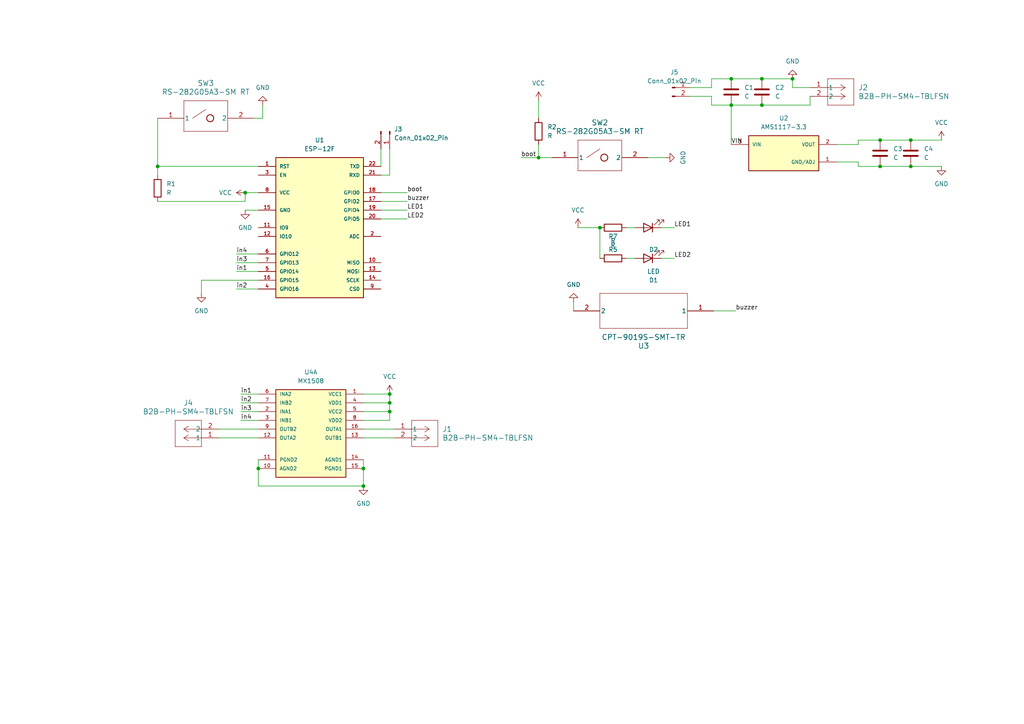
<source format=kicad_sch>
(kicad_sch (version 20230121) (generator eeschema)
  (paper "A4")
  (lib_symbols
    (symbol "Connector:Conn_01x02_Pin" (pin_names (offset 1.016) hide)
      (property "Reference" "J" (at 0 2.54 0))
      (property "Value" "Conn_01x02_Pin" (at 0 -5.08 0))
      (symbol "Conn_01x02_Pin_1_1"
        (polyline (pts (xy 1.27 -2.54) (xy 0.8636 -2.54)) (stroke (width 0.1524)))
        (polyline (pts (xy 1.27 0) (xy 0.8636 0)) (stroke (width 0.1524)))
        (rectangle (start 0.8636 -2.413) (end 0 -2.667) (stroke (width 0.1524)) (fill (type outline)))
        (rectangle (start 0.8636 0.127) (end 0 -0.127) (stroke (width 0.1524)) (fill (type outline)))
        (pin passive line (at 5.08 0 180) (length 3.81) (name "Pin_1") (number "1"))
        (pin passive line (at 5.08 -2.54 180) (length 3.81) (name "Pin_2") (number "2"))
      )
    )
    (symbol "Device:C" (pin_numbers hide) (pin_names (offset 0.254))
      (property "Reference" "C" (at 0.635 2.54 0))
      (property "Value" "C" (at 0.635 -2.54 0))
      (symbol "C_0_1"
        (polyline (pts (xy -2.032 -0.762) (xy 2.032 -0.762)) (stroke (width 0.508)))
        (polyline (pts (xy -2.032 0.762) (xy 2.032 0.762)) (stroke (width 0.508)))
      )
      (symbol "C_1_1"
        (pin passive line (at 0 3.81 270) (length 2.794) (name "~") (number "1"))
        (pin passive line (at 0 -3.81 90) (length 2.794) (name "~") (number "2"))
      )
    )
    (symbol "Device:LED" (pin_numbers hide) (pin_names (offset 1.016) hide)
      (property "Reference" "D" (at 0 2.54 0))
      (property "Value" "LED" (at 0 -2.54 0))
      (symbol "LED_0_1"
        (polyline (pts (xy -1.27 -1.27) (xy -1.27 1.27)) (stroke (width 0.254)))
        (polyline (pts (xy -1.27 0) (xy 1.27 0)))
        (polyline (pts (xy 1.27 -1.27) (xy 1.27 1.27) (xy -1.27 0) (xy 1.27 -1.27)) (stroke (width 0.254)))
        (polyline (pts (xy -3.048 -0.762) (xy -4.572 -2.286) (xy -3.81 -2.286) (xy -4.572 -2.286) (xy -4.572 -1.524)))
        (polyline (pts (xy -1.778 -0.762) (xy -3.302 -2.286) (xy -2.54 -2.286) (xy -3.302 -2.286) (xy -3.302 -1.524)))
      )
      (symbol "LED_1_1"
        (pin passive line (at -3.81 0 0) (length 2.54) (name "K") (number "1"))
        (pin passive line (at 3.81 0 180) (length 2.54) (name "A") (number "2"))
      )
    )
    (symbol "Device:R" (pin_numbers hide) (pin_names (offset 0))
      (property "Reference" "R" (at 2.032 0 90))
      (property "Value" "R" (at 0 0 90))
      (symbol "R_0_1"
        (rectangle (start -1.016 -2.54) (end 1.016 2.54) (stroke (width 0.254)))
      )
      (symbol "R_1_1"
        (pin passive line (at 0 3.81 270) (length 1.27) (name "~") (number "1"))
        (pin passive line (at 0 -3.81 90) (length 1.27) (name "~") (number "2"))
      )
    )
    (symbol "esp_example_symbols:AMS1117-3.3" (pin_names (offset 1.016))
      (property "Reference" "U" (at -10.16 5.588 0))
      (property "Value" "AMS1117-3.3" (at -10.16 -8.128 0))
      (symbol "AMS1117-3.3_0_0"
        (rectangle (start -10.16 -5.08) (end 10.16 5.08) (stroke (width 0.254)) (fill (type background)))
        (pin power_in line (at 15.24 -2.54 180) (length 5.08) (name "GND/ADJ") (number "1"))
        (pin output line (at 15.24 2.54 180) (length 5.08) (name "VOUT") (number "2"))
        (pin input line (at -15.24 2.54 0) (length 5.08) (name "VIN") (number "3"))
      )
    )
    (symbol "esp_example_symbols:B2B-PH-SM4-TBLFSN" (pin_names (offset 0.254))
      (property "Reference" "J" (at 8.89 6.35 0))
      (property "Value" "B2B-PH-SM4-TBLFSN" (at 0 0 0))
      (symbol "B2B-PH-SM4-TBLFSN_1_1"
        (polyline (pts (xy 5.08 -5.08) (xy 12.7 -5.08)) (stroke (width 0.127)))
        (polyline (pts (xy 5.08 2.54) (xy 5.08 -5.08)) (stroke (width 0.127)))
        (polyline (pts (xy 10.16 -2.54) (xy 5.08 -2.54)) (stroke (width 0.127)))
        (polyline (pts (xy 10.16 -2.54) (xy 8.89 -3.3867)) (stroke (width 0.127)))
        (polyline (pts (xy 10.16 -2.54) (xy 8.89 -1.6933)) (stroke (width 0.127)))
        (polyline (pts (xy 10.16 0) (xy 5.08 0)) (stroke (width 0.127)))
        (polyline (pts (xy 10.16 0) (xy 8.89 -0.8467)) (stroke (width 0.127)))
        (polyline (pts (xy 10.16 0) (xy 8.89 0.8467)) (stroke (width 0.127)))
        (polyline (pts (xy 12.7 -5.08) (xy 12.7 2.54)) (stroke (width 0.127)))
        (polyline (pts (xy 12.7 2.54) (xy 5.08 2.54)) (stroke (width 0.127)))
        (pin unspecified line (at 0 0 0) (length 5.08) (name "1") (number "1"))
        (pin unspecified line (at 0 -2.54 0) (length 5.08) (name "2") (number "2"))
      )
      (symbol "B2B-PH-SM4-TBLFSN_1_2"
        (polyline (pts (xy 5.08 -5.08) (xy 12.7 -5.08)) (stroke (width 0.127)))
        (polyline (pts (xy 5.08 2.54) (xy 5.08 -5.08)) (stroke (width 0.127)))
        (polyline (pts (xy 7.62 -2.54) (xy 5.08 -2.54)) (stroke (width 0.127)))
        (polyline (pts (xy 7.62 -2.54) (xy 8.89 -3.3867)) (stroke (width 0.127)))
        (polyline (pts (xy 7.62 -2.54) (xy 8.89 -1.6933)) (stroke (width 0.127)))
        (polyline (pts (xy 7.62 0) (xy 5.08 0)) (stroke (width 0.127)))
        (polyline (pts (xy 7.62 0) (xy 8.89 -0.8467)) (stroke (width 0.127)))
        (polyline (pts (xy 7.62 0) (xy 8.89 0.8467)) (stroke (width 0.127)))
        (polyline (pts (xy 12.7 -5.08) (xy 12.7 2.54)) (stroke (width 0.127)))
        (polyline (pts (xy 12.7 2.54) (xy 5.08 2.54)) (stroke (width 0.127)))
        (pin unspecified line (at 0 0 0) (length 5.08) (name "1") (number "1"))
        (pin unspecified line (at 0 -2.54 0) (length 5.08) (name "2") (number "2"))
      )
    )
    (symbol "esp_example_symbols:CPT-9019S-SMT-TR" (pin_names (offset 0.254))
      (property "Reference" "U" (at 20.32 10.16 0))
      (property "Value" "CPT-9019S-SMT-TR" (at 20.32 7.62 0))
      (symbol "CPT-9019S-SMT-TR_0_1"
        (polyline (pts (xy 7.62 -5.08) (xy 33.02 -5.08)) (stroke (width 0.127)))
        (polyline (pts (xy 7.62 5.08) (xy 7.62 -5.08)) (stroke (width 0.127)))
        (polyline (pts (xy 33.02 -5.08) (xy 33.02 5.08)) (stroke (width 0.127)))
        (polyline (pts (xy 33.02 5.08) (xy 7.62 5.08)) (stroke (width 0.127)))
        (pin unspecified line (at 0 0 0) (length 7.62) (name "1") (number "1"))
        (pin unspecified line (at 40.64 0 180) (length 7.62) (name "2") (number "2"))
      )
    )
    (symbol "esp_example_symbols:ESP-12F" (pin_names (offset 1.016))
      (property "Reference" "U" (at -12.7254 22.9057 0))
      (property "Value" "ESP-12F" (at -12.7237 -22.9026 0))
      (symbol "ESP-12F_0_0"
        (rectangle (start -12.7 20.32) (end 12.7 -20.32) (stroke (width 0.254)) (fill (type background)))
        (pin bidirectional line (at -17.78 17.78 0) (length 5.08) (name "RST") (number "1"))
        (pin bidirectional line (at 17.78 -10.16 180) (length 5.08) (name "MISO") (number "10"))
        (pin bidirectional line (at -17.78 0 0) (length 5.08) (name "IO9") (number "11"))
        (pin bidirectional line (at -17.78 -2.54 0) (length 5.08) (name "IO10") (number "12"))
        (pin bidirectional line (at 17.78 -12.7 180) (length 5.08) (name "MOSI") (number "13"))
        (pin bidirectional line (at 17.78 -15.24 180) (length 5.08) (name "SCLK") (number "14"))
        (pin bidirectional line (at -17.78 5.08 0) (length 5.08) (name "GND") (number "15"))
        (pin bidirectional line (at -17.78 -15.24 0) (length 5.08) (name "GPIO15") (number "16"))
        (pin bidirectional line (at 17.78 7.62 180) (length 5.08) (name "GPIO2") (number "17"))
        (pin bidirectional line (at 17.78 10.16 180) (length 5.08) (name "GPIO0") (number "18"))
        (pin bidirectional line (at 17.78 5.08 180) (length 5.08) (name "GPIO4") (number "19"))
        (pin bidirectional line (at 17.78 -2.54 180) (length 5.08) (name "ADC") (number "2"))
        (pin bidirectional line (at 17.78 2.54 180) (length 5.08) (name "GPIO5") (number "20"))
        (pin bidirectional line (at 17.78 15.24 180) (length 5.08) (name "RXD") (number "21"))
        (pin bidirectional line (at 17.78 17.78 180) (length 5.08) (name "TXD") (number "22"))
        (pin bidirectional line (at -17.78 15.24 0) (length 5.08) (name "EN") (number "3"))
        (pin bidirectional line (at -17.78 -17.78 0) (length 5.08) (name "GPIO16") (number "4"))
        (pin bidirectional line (at -17.78 -12.7 0) (length 5.08) (name "GPIO14") (number "5"))
        (pin bidirectional line (at -17.78 -7.62 0) (length 5.08) (name "GPIO12") (number "6"))
        (pin bidirectional line (at -17.78 -10.16 0) (length 5.08) (name "GPIO13") (number "7"))
        (pin bidirectional line (at -17.78 10.16 0) (length 5.08) (name "VCC") (number "8"))
        (pin bidirectional line (at 17.78 -17.78 180) (length 5.08) (name "CS0") (number "9"))
      )
    )
    (symbol "esp_example_symbols:MX1508" (pin_names (offset 1.016))
      (property "Reference" "U" (at -10.16 15.24 0))
      (property "Value" "MX1508" (at -10.16 -15.24 0))
      (symbol "MX1508_1_0"
        (rectangle (start -10.16 12.7) (end 10.16 -12.7) (stroke (width 0.254)) (fill (type background)))
        (pin power_in line (at 15.24 11.43 180) (length 5.08) (name "VCC1") (number "1"))
        (pin power_in line (at -15.24 -10.16 0) (length 5.08) (name "AGND2") (number "10"))
        (pin power_in line (at -15.24 -7.62 0) (length 5.08) (name "PGND2") (number "11"))
        (pin input line (at -15.24 -1.27 0) (length 5.08) (name "OUTA2") (number "12"))
        (pin output line (at 15.24 -1.27 180) (length 5.08) (name "OUTB1") (number "13"))
        (pin power_in line (at 15.24 -7.62 180) (length 5.08) (name "AGND1") (number "14"))
        (pin power_in line (at 15.24 -10.16 180) (length 5.08) (name "PGND1") (number "15"))
        (pin output line (at 15.24 1.27 180) (length 5.08) (name "OUTA1") (number "16"))
        (pin input line (at -15.24 6.35 0) (length 5.08) (name "INA1") (number "2"))
        (pin input line (at -15.24 3.81 0) (length 5.08) (name "INB1") (number "3"))
        (pin power_in line (at 15.24 8.89 180) (length 5.08) (name "VDD1") (number "4"))
        (pin power_in line (at 15.24 6.35 180) (length 5.08) (name "VCC2") (number "5"))
        (pin input line (at -15.24 11.43 0) (length 5.08) (name "INA2") (number "6"))
        (pin input line (at -15.24 8.89 0) (length 5.08) (name "INB2") (number "7"))
        (pin power_in line (at 15.24 3.81 180) (length 5.08) (name "VDD2") (number "8"))
        (pin input line (at -15.24 1.27 0) (length 5.08) (name "OUTB2") (number "9"))
      )
      (symbol "MX1508_2_0"
        (rectangle (start -10.16 -12.7) (end 10.16 12.7) (stroke (width 0.254)) (fill (type background)))
        (pin power_in line (at 15.24 -7.62 180) (length 5.08) (name "AGND2") (number "10"))
        (pin power_in line (at 15.24 -10.16 180) (length 5.08) (name "PGND2") (number "11"))
        (pin output line (at 15.24 2.54 180) (length 5.08) (name "OUTA2") (number "12"))
        (pin input line (at -15.24 -1.27 0) (length 5.08) (name "OUTA2") (number "12-UB"))
        (pin power_in line (at 15.24 10.16 180) (length 5.08) (name "VCC2") (number "5"))
        (pin input line (at -15.24 2.54 0) (length 5.08) (name "INA2") (number "6"))
        (pin input line (at -15.24 -2.54 0) (length 5.08) (name "INB2") (number "7"))
        (pin power_in line (at 15.24 7.62 180) (length 5.08) (name "VDD2") (number "8"))
        (pin output line (at 15.24 -2.54 180) (length 5.08) (name "OUTB2") (number "9"))
        (pin input line (at -15.24 1.27 0) (length 5.08) (name "OUTB2") (number "9-UB"))
      )
    )
    (symbol "esp_example_symbols:RS-282G05A3-SM_RT" (pin_names (offset 0.254))
      (property "Reference" "SW" (at 40.64 12.7 0))
      (property "Value" "RS-282G05A3-SM RT" (at 40.64 10.16 0))
      (symbol "RS-282G05A3-SM_RT_0_1"
        (polyline (pts (xy 50.8 -3.81) (xy 63.5 -3.81)) (stroke (width 0.127)))
        (polyline (pts (xy 50.8 5.08) (xy 50.8 -3.81)) (stroke (width 0.127)))
        (polyline (pts (xy 53.34 0) (xy 57.15 2.54)) (stroke (width 0.127)))
        (polyline (pts (xy 63.5 -3.81) (xy 63.5 5.08)) (stroke (width 0.127)))
        (polyline (pts (xy 63.5 5.08) (xy 50.8 5.08)) (stroke (width 0.127)))
        (circle (center 58.42 0) (radius 1.016) (stroke (width 0.254)))
        (pin unspecified line (at 43.18 0 0) (length 7.62) (name "1") (number "1"))
        (pin unspecified line (at 71.12 0 180) (length 7.62) (name "2") (number "2"))
      )
    )
    (symbol "power:GND" (power) (pin_names (offset 0))
      (property "Value" "GND" (at 0 -3.81 0))
      (symbol "GND_0_1"
        (polyline (pts (xy 0 0) (xy 0 -1.27) (xy 1.27 -1.27) (xy 0 -2.54) (xy -1.27 -1.27) (xy 0 -1.27)))
      )
      (symbol "GND_1_1"
        (pin power_in line (at 0 0 270) (length 0) hide (name "GND") (number "1"))
      )
    )
    (symbol "power:VCC" (power) (pin_names (offset 0))
      (property "Value" "VCC" (at 0 3.81 0))
      (symbol "VCC_0_1"
        (polyline (pts (xy -0.762 1.27) (xy 0 2.54)))
        (polyline (pts (xy 0 0) (xy 0 2.54)))
        (polyline (pts (xy 0 2.54) (xy 0.762 1.27)))
      )
      (symbol "VCC_1_1"
        (pin power_in line (at 0 0 90) (length 0) hide (name "VCC") (number "1"))
      )
    )
  )
  (junction (at 264.16 40.64))
  (junction (at 113.03 119.38))
  (junction (at 156.21 45.72))
  (junction (at 105.41 135.89))
  (junction (at 255.27 48.26))
  (junction (at 212.09 22.86))
  (junction (at 255.27 40.64))
  (junction (at 212.09 30.48))
  (junction (at 220.98 30.48))
  (junction (at 105.41 140.97))
  (junction (at 264.16 48.26))
  (junction (at 173.99 66.04))
  (junction (at 220.98 22.86))
  (junction (at 113.03 116.84))
  (junction (at 229.87 22.86))
  (junction (at 71.12 55.88))
  (junction (at 113.03 114.3))
  (junction (at 74.93 135.89))
  (junction (at 45.72 48.26))
  (wire (pts (xy 105.41 114.3) (xy 113.03 114.3)))
  (wire (pts (xy 58.42 81.28) (xy 74.93 81.28)))
  (wire (pts (xy 167.64 66.04) (xy 173.99 66.04)))
  (wire (pts (xy 181.61 74.93) (xy 184.15 74.93)))
  (wire (pts (xy 212.09 22.86) (xy 220.98 22.86)))
  (wire (pts (xy 255.27 40.64) (xy 248.92 40.64)))
  (wire (pts (xy 242.57 46.99) (xy 248.92 46.99)))
  (wire (pts (xy 71.12 58.42) (xy 71.12 55.88)))
  (wire (pts (xy 113.03 50.8) (xy 110.49 50.8)))
  (wire (pts (xy 105.41 140.97) (xy 105.41 135.89)))
  (wire (pts (xy 206.375 25.4) (xy 206.375 22.86)))
  (wire (pts (xy 156.21 45.72) (xy 160.02 45.72)))
  (wire (pts (xy 63.5 127) (xy 74.93 127)))
  (wire (pts (xy 69.85 114.3) (xy 74.93 114.3)))
  (wire (pts (xy 229.87 25.4) (xy 234.95 25.4)))
  (wire (pts (xy 273.05 48.26) (xy 264.16 48.26)))
  (wire (pts (xy 74.93 140.97) (xy 105.41 140.97)))
  (wire (pts (xy 207.01 90.17) (xy 213.36 90.17)))
  (wire (pts (xy 248.92 48.26) (xy 255.27 48.26)))
  (wire (pts (xy 151.13 45.72) (xy 156.21 45.72)))
  (wire (pts (xy 105.41 133.35) (xy 105.41 135.89)))
  (wire (pts (xy 206.375 22.86) (xy 212.09 22.86)))
  (wire (pts (xy 110.49 63.5) (xy 118.11 63.5)))
  (wire (pts (xy 69.85 121.92) (xy 74.93 121.92)))
  (wire (pts (xy 156.21 45.72) (xy 156.21 41.91)))
  (wire (pts (xy 71.12 60.96) (xy 74.93 60.96)))
  (wire (pts (xy 45.72 58.42) (xy 71.12 58.42)))
  (wire (pts (xy 74.93 133.35) (xy 74.93 135.89)))
  (wire (pts (xy 234.95 30.48) (xy 234.95 27.94)))
  (wire (pts (xy 45.72 48.26) (xy 45.72 50.8)))
  (wire (pts (xy 63.5 124.46) (xy 74.93 124.46)))
  (wire (pts (xy 191.77 74.93) (xy 195.58 74.93)))
  (wire (pts (xy 229.87 22.86) (xy 229.87 25.4)))
  (wire (pts (xy 76.2 30.48) (xy 76.2 34.29)))
  (wire (pts (xy 58.42 85.09) (xy 58.42 81.28)))
  (wire (pts (xy 110.49 43.18) (xy 110.49 48.26)))
  (wire (pts (xy 45.72 34.29) (xy 45.72 48.26)))
  (wire (pts (xy 113.03 121.92) (xy 113.03 119.38)))
  (wire (pts (xy 105.41 121.92) (xy 113.03 121.92)))
  (wire (pts (xy 105.41 127) (xy 114.3 127)))
  (wire (pts (xy 200.025 27.94) (xy 206.375 27.94)))
  (wire (pts (xy 113.03 114.3) (xy 113.03 116.84)))
  (wire (pts (xy 105.41 116.84) (xy 113.03 116.84)))
  (wire (pts (xy 173.99 66.04) (xy 173.99 74.93)))
  (wire (pts (xy 212.09 30.48) (xy 212.09 41.91)))
  (wire (pts (xy 191.77 66.04) (xy 195.58 66.04)))
  (wire (pts (xy 69.85 119.38) (xy 74.93 119.38)))
  (wire (pts (xy 184.15 66.04) (xy 181.61 66.04)))
  (wire (pts (xy 248.92 48.26) (xy 248.92 46.99)))
  (wire (pts (xy 156.21 29.21) (xy 156.21 34.29)))
  (wire (pts (xy 206.375 30.48) (xy 212.09 30.48)))
  (wire (pts (xy 68.58 78.74) (xy 74.93 78.74)))
  (wire (pts (xy 69.85 116.84) (xy 74.93 116.84)))
  (wire (pts (xy 113.03 43.18) (xy 113.03 50.8)))
  (wire (pts (xy 248.92 40.64) (xy 248.92 41.91)))
  (wire (pts (xy 71.12 55.88) (xy 74.93 55.88)))
  (wire (pts (xy 68.58 83.82) (xy 74.93 83.82)))
  (wire (pts (xy 74.93 135.89) (xy 74.93 140.97)))
  (wire (pts (xy 187.96 45.72) (xy 193.04 45.72)))
  (wire (pts (xy 68.58 73.66) (xy 74.93 73.66)))
  (wire (pts (xy 68.58 76.2) (xy 74.93 76.2)))
  (wire (pts (xy 110.49 55.88) (xy 118.11 55.88)))
  (wire (pts (xy 200.025 25.4) (xy 206.375 25.4)))
  (wire (pts (xy 242.57 41.91) (xy 248.92 41.91)))
  (wire (pts (xy 105.41 119.38) (xy 113.03 119.38)))
  (wire (pts (xy 220.98 22.86) (xy 229.87 22.86)))
  (wire (pts (xy 273.05 40.64) (xy 264.16 40.64)))
  (wire (pts (xy 113.03 116.84) (xy 113.03 119.38)))
  (wire (pts (xy 74.93 48.26) (xy 45.72 48.26)))
  (wire (pts (xy 220.98 30.48) (xy 234.95 30.48)))
  (wire (pts (xy 212.09 30.48) (xy 220.98 30.48)))
  (wire (pts (xy 110.49 60.96) (xy 118.11 60.96)))
  (wire (pts (xy 264.16 48.26) (xy 255.27 48.26)))
  (wire (pts (xy 206.375 27.94) (xy 206.375 30.48)))
  (wire (pts (xy 110.49 58.42) (xy 118.11 58.42)))
  (wire (pts (xy 255.27 40.64) (xy 264.16 40.64)))
  (wire (pts (xy 76.2 34.29) (xy 73.66 34.29)))
  (wire (pts (xy 166.37 87.63) (xy 166.37 90.17)))
  (wire (pts (xy 105.41 124.46) (xy 114.3 124.46)))
  (label "in2" (at 69.85 116.84 0))
  (label "boot" (at 151.13 45.72 0))
  (label "in3" (at 69.85 119.38 0))
  (label "LED1" (at 118.11 60.96 0))
  (label "in4" (at 68.58 73.66 0))
  (label "LED2" (at 195.58 74.93 0))
  (label "in4" (at 69.85 121.92 0))
  (label "buzzer" (at 118.11 58.42 0))
  (label "LED1" (at 195.58 66.04 0))
  (label "in2" (at 68.58 83.82 0))
  (label "buzzer" (at 213.36 90.17 0))
  (label "VIN" (at 212.09 41.91 0))
  (label "in3" (at 68.58 76.2 0))
  (label "in1" (at 68.58 78.74 0))
  (label "LED2" (at 118.11 63.5 0))
  (label "in1" (at 69.85 114.3 0))
  (label "boot" (at 118.11 55.88 0))
  (symbol (lib_id "Connector:Conn_01x02_Pin") (at 194.945 25.4 0) (unit 1)
    (property "Reference" "J5" (at 195.58 20.955 0))
    (property "Value" "Conn_01x02_Pin" (at 195.58 23.495 0))
    (property "Footprint" "Connector_PinHeader_2.54mm:PinHeader_1x02_P2.54mm_Vertical" (effects hide))
  )
  (symbol (lib_id "power:GND") (at 193.04 45.72 90) (unit 1)
    (property "Reference" "#PWR09" (effects hide))
    (property "Value" "GND" (at 198.12 45.72 0))
  )
  (symbol (lib_id "esp_example_symbols:B2B-PH-SM4-TBLFSN") (at 234.95 25.4 0) (unit 1)
    (property "Reference" "J2" (at 248.92 25.4 0) (effects (font (size 1.524 1.524)) (justify left)))
    (property "Value" "B2B-PH-SM4-TBLFSN" (at 248.92 27.94 0) (effects (font (size 1.524 1.524)) (justify left)))
    (property "Footprint" "esp_lib:CONN_B2B-PH-SM4-TBLFSN_JST" (effects hide))
    (property "Datasheet" "B2B-PH-SM4-TBLFSN" (effects hide))
  )
  (symbol (lib_id "power:GND") (at 273.05 48.26 0) (unit 1)
    (property "Reference" "#PWR04" (effects hide))
    (property "Value" "GND" (at 273.05 53.34 0))
  )
  (symbol (lib_id "esp_example_symbols:ESP-12F") (at 92.71 66.04 0) (unit 1)
    (property "Reference" "U1" (at 92.71 40.64 0))
    (property "Value" "ESP-12F" (at 92.71 43.18 0))
    (property "Footprint" "esp_lib:ESP-12F" (effects hide))
    (property "MF" "AI-Thinker" (effects hide))
    (property "Description" "\nWiFi Module\n" (effects hide))
    (property "Package" "Package" (effects hide))
    (property "Price" "None" (effects hide))
    (property "SnapEDA_Link" "https://www.snapeda.com/parts/ESP-12F/AI-Thinker/view-part/?ref=snap" (effects hide))
    (property "MP" "ESP-12F" (effects hide))
    (property "Availability" "Not in stock" (effects hide))
    (property "Check_prices" "https://www.snapeda.com/parts/ESP-12F/AI-Thinker/view-part/?ref=eda" (effects hide))
  )
  (symbol (lib_id "power:GND") (at 229.87 22.86 180) (unit 1)
    (property "Reference" "#PWR07" (effects hide))
    (property "Value" "GND" (at 229.87 17.78 0))
  )
  (symbol (lib_id "esp_example_symbols:B2B-PH-SM4-TBLFSN") (at 63.5 127 180) (unit 1)
    (property "Reference" "J4" (at 54.61 116.84 0) (effects (font (size 1.524 1.524))))
    (property "Value" "B2B-PH-SM4-TBLFSN" (at 54.61 119.38 0) (effects (font (size 1.524 1.524))))
    (property "Footprint" "esp_lib:CONN_B2B-PH-SM4-TBLFSN_JST" (effects hide))
    (property "Datasheet" "B2B-PH-SM4-TBLFSN" (effects hide))
  )
  (symbol (lib_id "power:VCC") (at 113.03 114.3 0) (unit 1)
    (property "Reference" "#PWR06" (effects hide))
    (property "Value" "VCC" (at 113.03 109.22 0))
  )
  (symbol (lib_id "esp_example_symbols:AMS1117-3.3") (at 227.33 44.45 0) (unit 1)
    (property "Reference" "U2" (at 227.33 34.29 0))
    (property "Value" "AMS1117-3.3" (at 227.33 36.83 0))
    (property "Footprint" "esp_lib:SOT229P700X180-4N" (effects hide))
    (property "SnapEDA_Link" "https://www.snapeda.com/parts/AMS1117-3.3/Umwelt+Sensor+Teknik/view-part/?ref=snap" (effects hide))
    (property "Description" "\nLinear Voltage Regulator IC Positive Fixed 1 Output 1A SOT-223-3L\n" (effects hide))
    (property "Package" "None" (effects hide))
    (property "Price" "None" (effects hide))
    (property "MF" "UMW" (effects hide))
    (property "MP" "AMS1117-3.3" (effects hide))
    (property "Availability" "In Stock" (effects hide))
    (property "Check_prices" "https://www.snapeda.com/parts/AMS1117-3.3/Umwelt+Sensor+Teknik/view-part/?ref=eda" (effects hide))
  )
  (symbol (lib_id "Device:LED") (at 187.96 74.93 180) (unit 1)
    (property "Reference" "D1" (at 189.5475 81.28 0))
    (property "Value" "LED" (at 189.5475 78.74 0))
    (property "Footprint" "LED_SMD:LED_1206_3216Metric" (effects hide))
  )
  (symbol (lib_id "Device:R") (at 177.8 66.04 270) (unit 1)
    (property "Reference" "R5" (at 177.8 72.39 90))
    (property "Value" "R" (at 177.8 69.85 90))
    (property "Footprint" "Resistor_SMD:R_0805_2012Metric" (effects hide))
  )
  (symbol (lib_id "esp_example_symbols:CPT-9019S-SMT-TR") (at 207.01 90.17 180) (unit 1)
    (property "Reference" "U3" (at 186.69 100.33 0) (effects (font (size 1.524 1.524))))
    (property "Value" "CPT-9019S-SMT-TR" (at 186.69 97.79 0) (effects (font (size 1.524 1.524))))
    (property "Footprint" "esp_lib:SM_CPT_9X9_CUD" (effects hide))
    (property "Datasheet" "CPT-9019S-SMT-TR" (effects hide))
  )
  (symbol (lib_id "Device:R") (at 45.72 54.61 0) (unit 1)
    (property "Reference" "R1" (at 48.26 53.34 0) (effects (justify left)))
    (property "Value" "R" (at 48.26 55.88 0) (effects (justify left)))
    (property "Footprint" "Resistor_SMD:R_0805_2012Metric" (effects hide))
  )
  (symbol (lib_id "esp_example_symbols:RS-282G05A3-SM_RT") (at 116.84 45.72 0) (unit 1)
    (property "Reference" "SW2" (at 173.99 35.56 0) (effects (font (size 1.524 1.524))))
    (property "Value" "RS-282G05A3-SM RT" (at 173.99 38.1 0) (effects (font (size 1.524 1.524))))
    (property "Footprint" "esp_lib:RS-282G05A3-SM RT_CNK" (effects hide))
    (property "Datasheet" "RS-282G05A3-SM RT" (effects hide))
  )
  (symbol (lib_id "Device:C") (at 220.98 26.67 0) (unit 1)
    (property "Reference" "C2" (at 224.79 25.4 0) (effects (justify left)))
    (property "Value" "C" (at 224.79 27.94 0) (effects (justify left)))
    (property "Footprint" "Capacitor_SMD:C_0805_2012Metric" (effects hide))
  )
  (symbol (lib_id "power:GND") (at 105.41 140.97 0) (unit 1)
    (property "Reference" "#PWR05" (effects hide))
    (property "Value" "GND" (at 105.41 146.05 0))
  )
  (symbol (lib_id "Device:C") (at 212.09 26.67 0) (unit 1)
    (property "Reference" "C1" (at 215.9 25.4 0) (effects (justify left)))
    (property "Value" "C" (at 215.9 27.94 0) (effects (justify left)))
    (property "Footprint" "Capacitor_SMD:C_0805_2012Metric" (effects hide))
  )
  (symbol (lib_id "power:GND") (at 166.37 87.63 180) (unit 1)
    (property "Reference" "#PWR014" (effects hide))
    (property "Value" "GND" (at 166.37 82.55 0))
  )
  (symbol (lib_id "power:GND") (at 58.42 85.09 0) (unit 1)
    (property "Reference" "#PWR015" (effects hide))
    (property "Value" "GND" (at 58.42 90.17 0))
  )
  (symbol (lib_id "power:VCC") (at 273.05 40.64 0) (unit 1)
    (property "Reference" "#PWR01" (effects hide))
    (property "Value" "VCC" (at 273.05 35.56 0))
  )
  (symbol (lib_id "power:GND") (at 76.2 30.48 180) (unit 1)
    (property "Reference" "#PWR010" (effects hide))
    (property "Value" "GND" (at 76.2 25.4 0))
  )
  (symbol (lib_id "Device:R") (at 156.21 38.1 0) (unit 1)
    (property "Reference" "R2" (at 158.75 36.83 0) (effects (justify left)))
    (property "Value" "R" (at 158.75 39.37 0) (effects (justify left)))
    (property "Footprint" "Resistor_SMD:R_0805_2012Metric" (effects hide))
  )
  (symbol (lib_id "power:VCC") (at 71.12 55.88 90) (unit 1)
    (property "Reference" "#PWR02" (effects hide))
    (property "Value" "VCC" (at 67.31 55.88 90) (effects (justify left)))
  )
  (symbol (lib_id "power:GND") (at 71.12 60.96 0) (unit 1)
    (property "Reference" "#PWR03" (effects hide))
    (property "Value" "GND" (at 71.12 66.04 0))
  )
  (symbol (lib_id "Device:LED") (at 187.96 66.04 180) (unit 1)
    (property "Reference" "D2" (at 189.5475 72.39 0))
    (property "Value" "LED" (effects hide))
    (property "Footprint" "LED_SMD:LED_1206_3216Metric" (effects hide))
  )
  (symbol (lib_id "power:VCC") (at 156.21 29.21 0) (unit 1)
    (property "Reference" "#PWR08" (effects hide))
    (property "Value" "VCC" (at 156.21 24.13 0))
  )
  (symbol (lib_id "esp_example_symbols:B2B-PH-SM4-TBLFSN") (at 114.3 124.46 0) (unit 1)
    (property "Reference" "J1" (at 128.27 124.46 0) (effects (font (size 1.524 1.524)) (justify left)))
    (property "Value" "B2B-PH-SM4-TBLFSN" (at 128.27 127 0) (effects (font (size 1.524 1.524)) (justify left)))
    (property "Footprint" "esp_lib:CONN_B2B-PH-SM4-TBLFSN_JST" (effects hide))
    (property "Datasheet" "B2B-PH-SM4-TBLFSN" (effects hide))
  )
  (symbol (lib_id "Device:C") (at 264.16 44.45 0) (unit 1)
    (property "Reference" "C4" (at 267.97 43.18 0) (effects (justify left)))
    (property "Value" "C" (at 267.97 45.72 0) (effects (justify left)))
    (property "Footprint" "Capacitor_SMD:C_0805_2012Metric" (effects hide))
  )
  (symbol (lib_id "power:VCC") (at 167.64 66.04 0) (unit 1)
    (property "Reference" "#PWR013" (effects hide))
    (property "Value" "VCC" (at 167.64 60.96 0))
  )
  (symbol (lib_id "Device:C") (at 255.27 44.45 0) (unit 1)
    (property "Reference" "C3" (at 259.08 43.18 0) (effects (justify left)))
    (property "Value" "C" (at 259.08 45.72 0) (effects (justify left)))
    (property "Footprint" "Capacitor_SMD:C_0805_2012Metric" (effects hide))
  )
  (symbol (lib_id "Connector:Conn_01x02_Pin") (at 113.03 38.1 270) (unit 1)
    (property "Reference" "J3" (at 114.3 37.465 90) (effects (justify left)))
    (property "Value" "Conn_01x02_Pin" (at 114.3 40.005 90) (effects (justify left)))
    (property "Footprint" "Connector_PinHeader_2.54mm:PinHeader_1x02_P2.54mm_Vertical" (effects hide))
  )
  (symbol (lib_id "esp_example_symbols:MX1508") (at 90.17 125.73 0) (unit 1)
    (property "Reference" "U4" (at 90.17 107.95 0))
    (property "Value" "MX1508" (at 90.17 110.49 0))
    (property "Footprint" "esp_lib:MX1508" (effects hide))
    (property "Description" "\n" (effects hide))
  )
  (symbol (lib_id "esp_example_symbols:RS-282G05A3-SM_RT") (at 2.54 34.29 0) (unit 1)
    (property "Reference" "SW3" (at 59.69 24.13 0) (effects (font (size 1.524 1.524))))
    (property "Value" "RS-282G05A3-SM RT" (at 59.69 26.67 0) (effects (font (size 1.524 1.524))))
    (property "Footprint" "esp_lib:RS-282G05A3-SM RT_CNK" (effects hide))
    (property "Datasheet" "RS-282G05A3-SM RT" (effects hide))
  )
  (symbol (lib_id "Device:R") (at 177.8 74.93 90) (unit 1)
    (property "Reference" "R7" (at 177.8 68.58 90))
    (property "Value" "R" (at 177.8 71.12 90))
    (property "Footprint" "Resistor_SMD:R_0805_2012Metric" (effects hide))
  )
)
</source>
